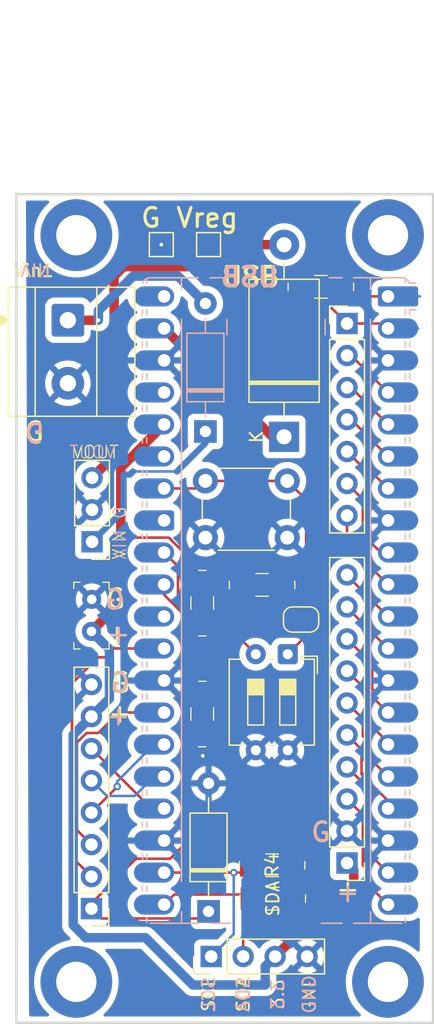
<source format=kicad_pcb>
(kicad_pcb (version 20241229) (generator "pcbnew") (generator_version "9.0")
  (layers (0 "F.Cu" signal) (2 "B.Cu" signal) (13 "F.Paste" user) (15 "B.Paste" user) (5 "F.SilkS" user "F.Silkscreen") (7 "B.SilkS" user "B.Silkscreen") (1 "F.Mask" user) (3 "B.Mask" user) (25 "Edge.Cuts" user))
  (net 0 "")
  (net 1 "GND")
  (net 2 "+3.3V")
  (net 3 "Net-(D2-K)")
  (net 4 "Net-(D2-A)")
  (net 5 "Net-(D4-K)")
  (net 6 "Net-(J2-Pin_6)")
  (net 7 "Net-(J1-Pin_3)")
  (net 8 "Net-(J1-Pin_4)")
  (net 9 "Net-(D1-K)")
  (net 10 "Net-(J2-Pin_2)")
  (net 11 "Net-(J1-Pin_5)")
  (net 12 "+5V")
  (net 13 "Net-(J2-Pin_5)")
  (net 14 "Net-(J1-Pin_1)")
  (net 15 "Net-(J2-Pin_3)")
  (net 16 "Net-(NeoPXL8F1-Pin_4)")
  (net 17 "Net-(J1-Pin_2)")
  (net 18 "Net-(NeoPXL8F1-Pin_3)")
  (net 19 "Net-(J2-Pin_4)")
  (net 20 "Net-(JP1-A)")
  (net 21 "Net-(NeoPXL8F1-Pin_5)")
  (net 22 "Net-(U1-GPIO27_ADC1)")
  (net 23 "Net-(JP1-B)")
  (net 24 "/SDA")
  (net 25 "Net-(U1-GPIO0)")
  (net 26 "Net-(J1-Pin_6)")
  (net 27 "Net-(NeoPXL8F1-Pin_6)")
  (net 33 "Net-(J1-Pin_7)")
  (net 34 "Net-(NeoPXL8F1-Pin_8)")
  (net 35 "Net-(NeoPXL8F1-Pin_10)")
  (net 36 "Net-(NeoPXL8F1-Pin_9)")
  (net 37 "Net-(NeoPXL8F1-Pin_7)")
  (net 39 "/SCL")
  (footprint "TestPoint:TestPoint_Pad_1.5x1.5mm" (layer "F.Cu") (at 141.75 60.75 -90)
    (property "Reference" "G1" (hide yes))
    (property "Value" "TestPoint" (hide yes))
    (pad "1" smd rect (at 0 0 270) (size 1.5 1.5) (layers "F.Cu" "F.Mask") (net 1 "GND"))
  )
  (footprint "digikey-footprints:1206" (layer "F.Cu") (at 150.55 110)
    (property "Reference" "R4" (at 0 0 90) (layer "F.SilkS"))
    (property "Value" "R" (hide yes))
    (pad "1" smd rect (at -1.8 0) (size 1.5 1.8) (layers "F.Cu" "F.Mask" "F.Paste") (net 39 "/SCL"))
    (pad "2" smd rect (at 1.8 0) (size 1.5 1.8) (layers "F.Cu" "F.Mask" "F.Paste") (net 2 "+3.3V"))
  )
  (footprint "Jumper:SolderJumper-2_P1.3mm_Open_RoundedPad1.0x1.5mm" (layer "F.Cu") (at 152.85 90.5 180)
    (property "Reference" "JP1" (hide yes))
    (property "Value" "SolderJumper_2_Open" (hide yes))
    (pad "1" smd custom (at -0.65 0 180) (size 1 0.5) (layers "F.Cu" "F.Mask") (net 20 "Net-(JP1-A)") (options (clearance outline) (anchor rect)) (primitives (gr_circle (center 0 0.25) (end 0.5 0.25) (width 0) (fill yes)) (gr_circle (center 0 -0.25) (end 0.5 -0.25) (width 0) (fill yes)) (gr_poly (pts (xy 0.5 0.75) (xy 0 0.75) (xy 0 -0.75) (xy 0.5 -0.75)) (width 0) (fill yes))))
    (pad "2" smd custom (at 0.65 0 180) (size 1 0.5) (layers "F.Cu" "F.Mask") (net 23 "Net-(JP1-B)") (options (clearance outline) (anchor rect)) (primitives (gr_circle (center 0 0.25) (end 0.5 0.25) (width 0) (fill yes)) (gr_circle (center 0 -0.25) (end 0.5 -0.25) (width 0) (fill yes)) (gr_poly (pts (xy 0 0.75) (xy -0.5 0.75) (xy -0.5 -0.75) (xy 0 -0.75)) (width 0) (fill yes))))
  )
  (footprint "digikey-footprints:1206" (layer "F.Cu") (at 149.75 87.75)
    (property "Reference" "R2" (hide yes))
    (property "Value" "R" (hide yes))
    (pad "1" smd rect (at -1.8 0) (size 1.5 1.8) (layers "F.Cu" "F.Mask" "F.Paste") (net 2 "+3.3V"))
    (pad "2" smd rect (at 1.8 0) (size 1.5 1.8) (layers "F.Cu" "F.Mask" "F.Paste") (net 23 "Net-(JP1-B)"))
  )
  (footprint "Connector_PinHeader_2.54mm:PinHeader_1x10_P2.54mm_Vertical" (layer "F.Cu") (at 156.5 109.82 180)
    (property "Reference" "NeoPXL8F1" (hide yes))
    (property "Value" "Conn_01x10_Socket" (hide yes))
    (pad "1" thru_hole rect (at 0 0 180) (size 1.7 1.7) (drill 1) (layers "*.Cu" "*.Mask") (net 2 "+3.3V"))
    (pad "2" thru_hole circle (at 0 2.54 180) (size 1.7 1.7) (drill 1) (layers "*.Cu" "*.Mask") (net 1 "GND"))
    (pad "3" thru_hole circle (at 0 5.08 180) (size 1.7 1.7) (drill 1) (layers "*.Cu" "*.Mask") (net 18 "Net-(NeoPXL8F1-Pin_3)"))
    (pad "4" thru_hole circle (at 0 7.62 180) (size 1.7 1.7) (drill 1) (layers "*.Cu" "*.Mask") (net 16 "Net-(NeoPXL8F1-Pin_4)"))
    (pad "5" thru_hole circle (at 0 10.16 180) (size 1.7 1.7) (drill 1) (layers "*.Cu" "*.Mask") (net 21 "Net-(NeoPXL8F1-Pin_5)"))
    (pad "6" thru_hole circle (at 0 12.7 180) (size 1.7 1.7) (drill 1) (layers "*.Cu" "*.Mask") (net 27 "Net-(NeoPXL8F1-Pin_6)"))
    (pad "7" thru_hole circle (at 0 15.24 180) (size 1.7 1.7) (drill 1) (layers "*.Cu" "*.Mask") (net 37 "Net-(NeoPXL8F1-Pin_7)"))
    (pad "8" thru_hole circle (at 0 17.78 180) (size 1.7 1.7) (drill 1) (layers "*.Cu" "*.Mask") (net 34 "Net-(NeoPXL8F1-Pin_8)"))
    (pad "9" thru_hole circle (at 0 20.32 180) (size 1.7 1.7) (drill 1) (layers "*.Cu" "*.Mask") (net 36 "Net-(NeoPXL8F1-Pin_9)"))
    (pad "10" thru_hole circle (at 0 22.86 180) (size 1.7 1.7) (drill 1) (layers "*.Cu" "*.Mask") (net 35 "Net-(NeoPXL8F1-Pin_10)"))
  )
  (footprint "Button_Switch_THT:SW_DIP_SPSTx02_Slide_6.7x6.64mm_W7.62mm_P2.54mm_LowProfile" (layer "F.Cu") (at 151.79 93.25 -90)
    (property "Reference" "SW2" (hide yes))
    (property "Value" "SW_DIP_x02" (hide yes))
    (pad "1" thru_hole roundrect (at 0 0 270) (size 1.6 1.6) (drill 0.8) (layers "*.Cu" "*.Mask") (roundrect_rratio 0.15625) (net 20 "Net-(JP1-A)"))
    (pad "2" thru_hole circle (at 0 2.54 270) (size 1.6 1.6) (drill 0.8) (layers "*.Cu" "*.Mask") (net 22 "Net-(U1-GPIO27_ADC1)"))
    (pad "3" thru_hole circle (at 7.62 2.54 270) (size 1.6 1.6) (drill 0.8) (layers "*.Cu" "*.Mask") (net 1 "GND"))
    (pad "4" thru_hole circle (at 7.62 0 270) (size 1.6 1.6) (drill 0.8) (layers "*.Cu" "*.Mask") (net 1 "GND"))
  )
  (footprint "MountingHole:MountingHole_3.2mm_M3_ISO7380_Pad_TopBottom" (layer "F.Cu") (at 135 60)
    (property "Reference" "H1" (hide yes))
    (property "Value" "MountingHole" (hide yes))
    (pad "1" thru_hole circle (at 0 0) (size 3.6 3.6) (drill 3.2) (layers "*.Cu" "*.Mask"))
    (pad "1" connect circle (at 0 0) (size 5.7 5.7) (layers "F.Cu" "F.Mask"))
    (pad "1" connect circle (at 0 0) (size 5.7 5.7) (layers "B.Cu" "B.Mask"))
  )
  (footprint "Connector_PinHeader_2.54mm:PinHeader_1x07_P2.54mm_Vertical" (layer "F.Cu") (at 156.5 67.01)
    (property "Reference" "J1" (hide yes))
    (property "Value" "Conn_01x07_Pin" (hide yes))
    (pad "1" thru_hole rect (at 0 0) (size 1.7 1.7) (drill 1) (layers "*.Cu" "*.Mask") (net 14 "Net-(J1-Pin_1)"))
    (pad "2" thru_hole circle (at 0 2.54) (size 1.7 1.7) (drill 1) (layers "*.Cu" "*.Mask") (net 17 "Net-(J1-Pin_2)"))
    (pad "3" thru_hole circle (at 0 5.08) (size 1.7 1.7) (drill 1) (layers "*.Cu" "*.Mask") (net 7 "Net-(J1-Pin_3)"))
    (pad "4" thru_hole circle (at 0 7.62) (size 1.7 1.7) (drill 1) (layers "*.Cu" "*.Mask") (net 8 "Net-(J1-Pin_4)"))
    (pad "5" thru_hole circle (at 0 10.16) (size 1.7 1.7) (drill 1) (layers "*.Cu" "*.Mask") (net 11 "Net-(J1-Pin_5)"))
    (pad "6" thru_hole circle (at 0 12.7) (size 1.7 1.7) (drill 1) (layers "*.Cu" "*.Mask") (net 26 "Net-(J1-Pin_6)"))
    (pad "7" thru_hole circle (at 0 15.24) (size 1.7 1.7) (drill 1) (layers "*.Cu" "*.Mask") (net 33 "Net-(J1-Pin_7)"))
  )
  (footprint "Connector_PinHeader_2.54mm:PinHeader_1x04_P2.54mm_Vertical" (layer "F.Cu") (at 145.71 117.24 90)
    (property "Reference" "I2C1" (hide yes))
    (property "Value" "Conn_01x04_Pin" (hide yes))
    (pad "1" thru_hole rect (at 0 0 90) (size 1.7 1.7) (drill 1) (layers "*.Cu" "*.Mask") (net 39 "/SCL"))
    (pad "2" thru_hole circle (at 0 2.54 90) (size 1.7 1.7) (drill 1) (layers "*.Cu" "*.Mask") (net 24 "/SDA"))
    (pad "3" thru_hole circle (at 0 5.08 90) (size 1.7 1.7) (drill 1) (layers "*.Cu" "*.Mask") (net 2 "+3.3V"))
    (pad "4" thru_hole circle (at 0 7.62 90) (size 1.7 1.7) (drill 1) (layers "*.Cu" "*.Mask") (net 1 "GND"))
  )
  (footprint "MountingHole:MountingHole_3.2mm_M3_ISO7380_Pad_TopBottom" (layer "F.Cu") (at 159.75 60)
    (property "Reference" "H2" (hide yes))
    (property "Value" "MountingHole" (hide yes))
    (pad "1" thru_hole circle (at 0 0) (size 3.6 3.6) (drill 3.2) (layers "*.Cu" "*.Mask"))
    (pad "1" connect circle (at 0 0) (size 5.7 5.7) (layers "F.Cu" "F.Mask"))
    (pad "1" connect circle (at 0 0) (size 5.7 5.7) (layers "B.Cu" "B.Mask"))
  )
  (footprint "digikey-footprints:1206" (layer "F.Cu") (at 154.42 64.1)
    (property "Reference" "RUART1" (hide yes))
    (property "Value" "1K")
    (pad "1" smd rect (at -1.8 0) (size 1.5 1.8) (layers "F.Cu" "F.Mask" "F.Paste") (net 14 "Net-(J1-Pin_1)"))
    (pad "2" smd rect (at 1.8 0) (size 1.5 1.8) (layers "F.Cu" "F.Mask" "F.Paste") (net 25 "Net-(U1-GPIO0)"))
  )
  (footprint "digikey-footprints:1206" (layer "F.Cu") (at 145 98 90)
    (property "Reference" "R1" (hide yes))
    (property "Value" "R" (hide yes))
    (pad "1" smd rect (at -1.8 0 90) (size 1.5 1.8) (layers "F.Cu" "F.Mask" "F.Paste") (net 1 "GND"))
    (pad "2" smd rect (at 1.8 0 90) (size 1.5 1.8) (layers "F.Cu" "F.Mask" "F.Paste") (net 5 "Net-(D4-K)"))
  )
  (footprint "digikey-footprints:PinHeader_1x2_P2.54mm" (layer "F.Cu") (at 136.2 91.44 90)
    (property "Reference" "J4" (hide yes))
    (property "Value" "Conn_01x02_Socket" (hide yes))
    (pad "1" thru_hole circle (at 0 0 90) (size 1.524 1.524) (drill 0.762) (layers "*.Cu" "*.Mask") (net 2 "+3.3V"))
    (pad "2" thru_hole circle (at 2.54 0.02 90) (size 1.524 1.524) (drill 0.762) (layers "*.Cu" "*.Mask") (net 1 "GND"))
  )
  (footprint "MountingHole:MountingHole_3.2mm_M3_ISO7380_Pad_TopBottom" (layer "F.Cu") (at 159.75 119.25)
    (property "Reference" "H4" (hide yes))
    (property "Value" "MountingHole" (hide yes))
    (pad "1" thru_hole circle (at 0 0) (size 3.6 3.6) (drill 3.2) (layers "*.Cu" "*.Mask"))
    (pad "1" connect circle (at 0 0) (size 5.7 5.7) (layers "F.Cu" "F.Mask"))
    (pad "1" connect circle (at 0 0) (size 5.7 5.7) (layers "B.Cu" "B.Mask"))
  )
  (footprint "Connector_PinHeader_2.54mm:PinHeader_1x03_P2.54mm_Vertical" (layer "F.Cu") (at 136.25 84.33 180)
    (property "Reference" "VReg1" (hide yes))
    (property "Value" "Conn_01x03_Pin" (hide yes))
    (pad "1" thru_hole rect (at 0 0 180) (size 1.7 1.7) (drill 1) (layers "*.Cu" "*.Mask") (net 3 "Net-(D2-K)"))
    (pad "2" thru_hole circle (at 0 2.54 180) (size 1.7 1.7) (drill 1) (layers "*.Cu" "*.Mask") (net 1 "GND"))
    (pad "3" thru_hole circle (at 0 5.08 180) (size 1.7 1.7) (drill 1) (layers "*.Cu" "*.Mask") (net 12 "+5V"))
  )
  (footprint "TerminalBlock_Phoenix:TerminalBlock_Phoenix_MKDS-1,5-2_1x02_P5.00mm_Horizontal" (layer "F.Cu") (at 134.3275 66.75 -90)
    (property "Reference" "Vin1" (at -3.95 2.7275 0) (layer "F.SilkS"))
    (property "Value" "Screw_Terminal_01x02" (hide yes))
    (pad "1" thru_hole roundrect (at 0 0 270) (size 2.6 2.6) (drill 1.3) (layers "*.Cu" "*.Mask") (roundrect_rratio 0.096154) (net 4 "Net-(D2-A)"))
    (pad "2" thru_hole circle (at 5 0 270) (size 2.6 2.6) (drill 1.3) (layers "*.Cu" "*.Mask") (net 1 "GND"))
  )
  (footprint "Connector_PinHeader_2.54mm:PinHeader_1x08_P2.54mm_Vertical" (layer "F.Cu") (at 136.2 113.44 180)
    (property "Reference" "J2" (hide yes))
    (property "Value" "Conn_01x08_Socket" (hide yes))
    (pad "1" thru_hole rect (at 0 0 180) (size 1.7 1.7) (drill 1) (layers "*.Cu" "*.Mask") (net 5 "Net-(D4-K)"))
    (pad "2" thru_hole circle (at 0 2.54 180) (size 1.7 1.7) (drill 1) (layers "*.Cu" "*.Mask") (net 10 "Net-(J2-Pin_2)"))
    (pad "3" thru_hole circle (at 0 5.08 180) (size 1.7 1.7) (drill 1) (layers "*.Cu" "*.Mask") (net 15 "Net-(J2-Pin_3)"))
    (pad "4" thru_hole circle (at 0 7.62 180) (size 1.7 1.7) (drill 1) (layers "*.Cu" "*.Mask") (net 19 "Net-(J2-Pin_4)"))
    (pad "5" thru_hole circle (at 0 10.16 180) (size 1.7 1.7) (drill 1) (layers "*.Cu" "*.Mask") (net 13 "Net-(J2-Pin_5)"))
    (pad "6" thru_hole circle (at 0 12.7 180) (size 1.7 1.7) (drill 1) (layers "*.Cu" "*.Mask") (net 6 "Net-(J2-Pin_6)"))
    (pad "7" thru_hole circle (at 0 15.24 180) (size 1.7 1.7) (drill 1) (layers "*.Cu" "*.Mask") (net 2 "+3.3V"))
    (pad "8" thru_hole circle (at 0 17.78 180) (size 1.7 1.7) (drill 1) (layers "*.Cu" "*.Mask") (net 1 "GND"))
  )
  (footprint "MountingHole:MountingHole_3.2mm_M3_ISO7380_Pad_TopBottom" (layer "F.Cu") (at 135 119.25)
    (property "Reference" "H3" (hide yes))
    (property "Value" "MountingHole" (hide yes))
    (pad "1" thru_hole circle (at 0 0) (size 3.6 3.6) (drill 3.2) (layers "*.Cu" "*.Mask"))
    (pad "1" connect circle (at 0 0) (size 5.7 5.7) (layers "F.Cu" "F.Mask"))
    (pad "1" connect circle (at 0 0) (size 5.7 5.7) (layers "B.Cu" "B.Mask"))
  )
  (footprint "digikey-footprints:1206" (layer "F.Cu") (at 145 89.2 -90)
    (property "Reference" "R6" (hide yes))
    (property "Value" "R" (hide yes))
    (pad "1" smd rect (at -1.8 0 270) (size 1.5 1.8) (layers "F.Cu" "F.Mask" "F.Paste") (net 2 "+3.3V"))
    (pad "2" smd rect (at 1.8 0 270) (size 1.5 1.8) (layers "F.Cu" "F.Mask" "F.Paste") (net 22 "Net-(U1-GPIO27_ADC1)"))
  )
  (footprint "TestPoint:TestPoint_Pad_1.5x1.5mm" (layer "F.Cu") (at 145.5 60.75 -90)
    (property "Reference" "VREG2" (hide yes))
    (property "Value" "TestPoint" (hide yes))
    (pad "1" smd rect (at 0 0 270) (size 1.5 1.5) (layers "F.Cu" "F.Mask") (net 12 "+5V"))
  )
  (footprint "digikey-footprints:1206" (layer "F.Cu") (at 150.6 112.65 180)
    (property "Reference" "R3" (hide yes))
    (property "Value" "R" (hide yes))
    (pad "1" smd rect (at -1.8 0 180) (size 1.5 1.8) (layers "F.Cu" "F.Mask" "F.Paste") (net 2 "+3.3V"))
    (pad "2" smd rect (at 1.8 0 180) (size 1.5 1.8) (layers "F.Cu" "F.Mask" "F.Paste") (net 24 "/SDA"))
  )
  (footprint "Diode_THT:D_A-405_P10.16mm_Horizontal" (layer "F.Cu") (at 145.5 113.66 90)
    (property "Reference" "D4" (hide yes))
    (property "Value" "D" (hide yes))
    (pad "1" thru_hole rect (at 0 0 90) (size 1.8 1.8) (drill 0.9) (layers "*.Cu" "*.Mask") (net 5 "Net-(D4-K)"))
    (pad "2" thru_hole oval (at 10.16 0 90) (size 1.8 1.8) (drill 0.9) (layers "*.Cu" "*.Mask") (net 1 "GND"))
  )
  (footprint "Button_Switch_THT:SW_PUSH_6mm" (layer "F.Cu") (at 145.25 79.5)
    (property "Reference" "SW1" (hide yes))
    (property "Value" "SW_Push" (hide yes))
    (pad "1" thru_hole circle (at 0 0 90) (size 2 2) (drill 1.1) (layers "*.Cu" "*.Mask") (net 23 "Net-(JP1-B)"))
    (pad "1" thru_hole circle (at 6.5 0 90) (size 2 2) (drill 1.1) (layers "*.Cu" "*.Mask") (net 23 "Net-(JP1-B)"))
    (pad "2" thru_hole circle (at 0 4.5 90) (size 2 2) (drill 1.1) (layers "*.Cu" "*.Mask") (net 1 "GND"))
    (pad "2" thru_hole circle (at 6.5 4.5 90) (size 2 2) (drill 1.1) (layers "*.Cu" "*.Mask") (net 1 "GND"))
  )
  (footprint "Diode_THT:D_DO-27_P15.24mm_Horizontal" (layer "F.Cu") (at 151.5 76 90)
    (property "Reference" "D1" (hide yes))
    (property "Value" "D_Schottky" (hide yes))
    (fp_text user "K" (at 0 -2.2 90) (layer "F.SilkS"))
    (pad "1" thru_hole rect (at 0 0 90) (size 2.4 2.4) (drill 1.2) (layers "*.Cu" "*.Mask") (net 9 "Net-(D1-K)"))
    (pad "2" thru_hole oval (at 15.24 0 90) (size 2.4 2.4) (drill 1.2) (layers "*.Cu" "*.Mask") (net 12 "+5V"))
  )
  (footprint "Diode_THT:D_A-405_P10.16mm_Horizontal" (layer "B.Cu") (at 145.25 75.58 90)
    (property "Reference" "D2" (hide yes))
    (property "Value" "D" (hide yes))
    (pad "1" thru_hole rect (at 0 0 90) (size 1.8 1.8) (drill 0.9) (layers "*.Cu" "*.Mask") (net 3 "Net-(D2-K)"))
    (pad "2" thru_hole oval (at 10.16 0 90) (size 1.8 1.8) (drill 0.9) (layers "*.Cu" "*.Mask") (net 4 "Net-(D2-A)"))
  )
  (footprint "Module:RaspberryPi_Pico_Common_Unspecified" (layer "B.Cu") (at 150.86 88.99 180)
    (property "Reference" "U1" (hide yes))
    (property "Value" "Pico")
    (pad "1" smd custom (at -9.69 24.13 180) (size 1.6 0.8) (layers "B.Cu" "B.Mask") (net 25 "Net-(U1-GPIO0)") (options (clearance outline) (anchor rect)) (primitives (gr_circle (center 0.8 0) (end 1.6 0) (width 0) (fill yes)) (gr_poly (pts (xy -1.6 0.6) (xy -1.6 -0.6) (xy -1.4 -0.8) (xy 0.8 -0.8) (xy 0.8 0.8) (xy -1.4 0.8)) (width 0) (fill yes)) (gr_circle (center -1.4 0.6) (end -1.2 0.6) (width 0) (fill yes)) (gr_circle (center -1.4 -0.6) (end -1.2 -0.6) (width 0) (fill yes))))
    (pad "1" thru_hole roundrect (at -8.89 24.13 180) (size 1.6 1.6) (drill 1) (layers "*.Cu" "*.Mask") (roundrect_rratio 0.125) (net 25 "Net-(U1-GPIO0)"))
    (pad "2" smd roundrect (at -9.69 21.59 180) (size 3.2 1.6) (layers "B.Cu" "B.Mask") (roundrect_rratio 0.5) (net 14 "Net-(J1-Pin_1)"))
    (pad "2" thru_hole circle (at -8.89 21.59 180) (size 1.6 1.6) (drill 1) (layers "*.Cu" "*.Mask") (net 14 "Net-(J1-Pin_1)"))
    (pad "3" smd custom (at -9.69 19.05 180) (size 1.6 0.8) (layers "B.Cu" "B.Mask") (net 1 "GND") (options (clearance outline) (anchor rect)) (primitives (gr_circle (center -0.8 0) (end 0 0) (width 0) (fill yes)) (gr_poly (pts (xy 1.6 0.6) (xy 1.6 -0.6) (xy 1.4 -0.8) (xy -0.8 -0.8) (xy -0.8 0.8) (xy 1.4 0.8)) (width 0) (fill yes)) (gr_circle (center 1.4 0.6) (end 1.6 0.6) (width 0) (fill yes)) (gr_circle (center 1.4 -0.6) (end 1.6 -0.6) (width 0) (fill yes))))
    (pad "3" thru_hole custom (at -8.89 19.05 180) (size 1.6 1.6) (drill 1) (layers "*.Cu" "*.Mask") (net 1 "GND") (options (clearance outline) (anchor circle)) (primitives (gr_poly (pts (xy 0.8 -0.6) (xy 0.8 0.6) (xy 0.6 0.8) (xy 0 0.8) (xy 0 -0.8) (xy 0.6 -0.8)) (width 0) (fill yes)) (gr_circle (center 0.6 -0.6) (end 0.8 -0.6) (width 0) (fill yes)) (gr_circle (center 0.6 0.6) (end 0.8 0.6) (width 0) (fill yes))))
    (pad "4" smd roundrect (at -9.69 16.51 180) (size 3.2 1.6) (layers "B.Cu" "B.Mask") (roundrect_rratio 0.5) (net 17 "Net-(J1-Pin_2)"))
    (pad "4" thru_hole circle (at -8.89 16.51 180) (size 1.6 1.6) (drill 1) (layers "*.Cu" "*.Mask") (net 17 "Net-(J1-Pin_2)"))
    (pad "5" smd roundrect (at -9.69 13.97 180) (size 3.2 1.6) (layers "B.Cu" "B.Mask") (roundrect_rratio 0.5) (net 7 "Net-(J1-Pin_3)"))
    (pad "5" thru_hole circle (at -8.89 13.97 180) (size 1.6 1.6) (drill 1) (layers "*.Cu" "*.Mask") (net 7 "Net-(J1-Pin_3)"))
    (pad "6" smd roundrect (at -9.69 11.43 180) (size 3.2 1.6) (layers "B.Cu" "B.Mask") (roundrect_rratio 0.5) (net 8 "Net-(J1-Pin_4)"))
    (pad "6" thru_hole circle (at -8.89 11.43 180) (size 1.6 1.6) (drill 1) (layers "*.Cu" "*.Mask") (net 8 "Net-(J1-Pin_4)"))
    (pad "7" smd roundrect (at -9.69 8.89 180) (size 3.2 1.6) (layers "B.Cu" "B.Mask") (roundrect_rratio 0.5) (net 11 "Net-(J1-Pin_5)"))
    (pad "7" thru_hole circle (at -8.89 8.89 180) (size 1.6 1.6) (drill 1) (layers "*.Cu" "*.Mask") (net 11 "Net-(J1-Pin_5)"))
    (pad "8" smd custom (at -9.69 6.35 180) (size 1.6 0.8) (layers "B.Cu" "B.Mask") (net 1 "GND") (options (clearance outline) (anchor rect)) (primitives (gr_circle (center -0.8 0) (end 0 0) (width 0) (fill yes)) (gr_poly (pts (xy 1.6 0.6) (xy 1.6 -0.6) (xy 1.4 -0.8) (xy -0.8 -0.8) (xy -0.8 0.8) (xy 1.4 0.8)) (width 0) (fill yes)) (gr_circle (center 1.4 0.6) (end 1.6 0.6) (width 0) (fill yes)) (gr_circle (center 1.4 -0.6) (end 1.6 -0.6) (width 0) (fill yes))))
    (pad "8" thru_hole custom (at -8.89 6.35 180) (size 1.6 1.6) (drill 1) (layers "*.Cu" "*.Mask") (net 1 "GND") (options (clearance outline) (anchor circle)) (primitives (gr_poly (pts (xy 0.8 -0.6) (xy 0.8 0.6) (xy 0.6 0.8) (xy 0 0.8) (xy 0 -0.8) (xy 0.6 -0.8)) (width 0) (fill yes)) (gr_circle (center 0.6 -0.6) (end 0.8 -0.6) (width 0) (fill yes)) (gr_circle (center 0.6 0.6) (end 0.8 0.6) (width 0) (fill yes))))
    (pad "9" smd roundrect (at -9.69 3.81 180) (size 3.2 1.6) (layers "B.Cu" "B.Mask") (roundrect_rratio 0.5) (net 26 "Net-(J1-Pin_6)"))
    (pad "9" thru_hole circle (at -8.89 3.81 180) (size 1.6 1.6) (drill 1) (layers "*.Cu" "*.Mask") (net 26 "Net-(J1-Pin_6)"))
    (pad "10" smd roundrect (at -9.69 1.27 180) (size 3.2 1.6) (layers "B.Cu" "B.Mask") (roundrect_rratio 0.5) (net 33 "Net-(J1-Pin_7)"))
    (pad "10" thru_hole circle (at -8.89 1.27 180) (size 1.6 1.6) (drill 1) (layers "*.Cu" "*.Mask") (net 33 "Net-(J1-Pin_7)"))
    (pad "11" smd roundrect (at -9.69 -1.27 180) (size 3.2 1.6) (layers "B.Cu" "B.Mask") (roundrect_rratio 0.5) (net 35 "Net-(NeoPXL8F1-Pin_10)"))
    (pad "11" thru_hole circle (at -8.89 -1.27 180) (size 1.6 1.6) (drill 1) (layers "*.Cu" "*.Mask") (net 35 "Net-(NeoPXL8F1-Pin_10)"))
    (pad "12" smd roundrect (at -9.69 -3.81 180) (size 3.2 1.6) (layers "B.Cu" "B.Mask") (roundrect_rratio 0.5) (net 36 "Net-(NeoPXL8F1-Pin_9)"))
    (pad "12" thru_hole circle (at -8.89 -3.81 180) (size 1.6 1.6) (drill 1) (layers "*.Cu" "*.Mask") (net 36 "Net-(NeoPXL8F1-Pin_9)"))
    (pad "13" smd custom (at -9.69 -6.35 180) (size 1.6 0.8) (layers "B.Cu" "B.Mask") (net 1 "GND") (options (clearance outline) (anchor rect)) (primitives (gr_circle (center -0.8 0) (end 0 0) (width 0) (fill yes)) (gr_poly (pts (xy 1.6 0.6) (xy 1.6 -0.6) (xy 1.4 -0.8) (xy -0.8 -0.8) (xy -0.8 0.8) (xy 1.4 0.8)) (width 0) (fill yes)) (gr_circle (center 1.4 0.6) (end 1.6 0.6) (width 0) (fill yes)) (gr_circle (center 1.4 -0.6) (end 1.6 -0.6) (width 0) (fill yes))))
    (pad "13" thru_hole custom (at -8.89 -6.35 180) (size 1.6 1.6) (drill 1) (layers "*.Cu" "*.Mask") (net 1 "GND") (options (clearance outline) (anchor circle)) (primitives (gr_poly (pts (xy 0.8 -0.6) (xy 0.8 0.6) (xy 0.6 0.8) (xy 0 0.8) (xy 0 -0.8) (xy 0.6 -0.8)) (width 0) (fill yes)) (gr_circle (center 0.6 -0.6) (end 0.8 -0.6) (width 0) (fill yes)) (gr_circle (center 0.6 0.6) (end 0.8 0.6) (width 0) (fill yes))))
    (pad "14" smd roundrect (at -9.69 -8.89 180) (size 3.2 1.6) (layers "B.Cu" "B.Mask") (roundrect_rratio 0.5) (net 34 "Net-(NeoPXL8F1-Pin_8)"))
    (pad "14" thru_hole circle (at -8.89 -8.89 180) (size 1.6 1.6) (drill 1) (layers "*.Cu" "*.Mask") (net 34 "Net-(NeoPXL8F1-Pin_8)"))
    (pad "15" smd roundrect (at -9.69 -11.43 180) (size 3.2 1.6) (layers "B.Cu" "B.Mask") (roundrect_rratio 0.5) (net 37 "Net-(NeoPXL8F1-Pin_7)"))
    (pad "15" thru_hole circle (at -8.89 -11.43 180) (size 1.6 1.6) (drill 1) (layers "*.Cu" "*.Mask") (net 37 "Net-(NeoPXL8F1-Pin_7)"))
    (pad "16" smd roundrect (at -9.69 -13.97 180) (size 3.2 1.6) (layers "B.Cu" "B.Mask") (roundrect_rratio 0.5) (net 27 "Net-(NeoPXL8F1-Pin_6)"))
    (pad "16" thru_hole circle (at -8.89 -13.97 180) (size 1.6 1.6) (drill 1) (layers "*.Cu" "*.Mask") (net 27 "Net-(NeoPXL8F1-Pin_6)"))
    (pad "17" smd roundrect (at -9.69 -16.51 180) (size 3.2 1.6) (layers "B.Cu" "B.Mask") (roundrect_rratio 0.5) (net 21 "Net-(NeoPXL8F1-Pin_5)"))
    (pad "17" thru_hole circle (at -8.89 -16.51 180) (size 1.6 1.6) (drill 1) (layers "*.Cu" "*.Mask") (net 21 "Net-(NeoPXL8F1-Pin_5)"))
    (pad "18" smd custom (at -9.69 -19.05 180) (size 1.6 0.8) (layers "B.Cu" "B.Mask") (net 1 "GND") (options (clearance outline) (anchor rect)) (primitives (gr_circle (center -0.8 0) (end 0 0) (width 0) (fill yes)) (gr_poly (pts (xy 1.6 0.6) (xy 1.6 -0.6) (xy 1.4 -0.8) (xy -0.8 -0.8) (xy -0.8 0.8) (xy 1.4 0.8)) (width 0) (fill yes)) (gr_circle (center 1.4 0.6) (end 1.6 0.6) (width 0) (fill yes)) (gr_circle (center 1.4 -0.6) (end 1.6 -0.6) (width 0) (fill yes))))
    (pad "18" thru_hole custom (at -8.89 -19.05 180) (size 1.6 1.6) (drill 1) (layers "*.Cu" "*.Mask") (net 1 "GND") (options (clearance outline) (anchor circle)) (primitives (gr_poly (pts (xy 0.8 -0.6) (xy 0.8 0.6) (xy 0.6 0.8) (xy 0 0.8) (xy 0 -0.8) (xy 0.6 -0.8)) (width 0) (fill yes)) (gr_circle (center 0.6 -0.6) (end 0.8 -0.6) (width 0) (fill yes)) (gr_circle (center 0.6 0.6) (end 0.8 0.6) (width 0) (fill yes))))
    (pad "19" smd roundrect (at -9.69 -21.59 180) (size 3.2 1.6) (layers "B.Cu" "B.Mask") (roundrect_rratio 0.5) (net 16 "Net-(NeoPXL8F1-Pin_4)"))
    (pad "19" thru_hole circle (at -8.89 -21.59 180) (size 1.6 1.6) (drill 1) (layers "*.Cu" "*.Mask") (net 16 "Net-(NeoPXL8F1-Pin_4)"))
    (pad "20" smd roundrect (at -9.69 -24.13 180) (size 3.2 1.6) (layers "B.Cu" "B.Mask") (roundrect_rratio 0.5) (net 18 "Net-(NeoPXL8F1-Pin_3)"))
    (pad "20" thru_hole circle (at -8.89 -24.13 180) (size 1.6 1.6) (drill 1) (layers "*.Cu" "*.Mask") (net 18 "Net-(NeoPXL8F1-Pin_3)"))
    (pad "21" thru_hole circle (at 8.89 -24.13 180) (size 1.6 1.6) (drill 1) (layers "*.Cu" "*.Mask") (net 24 "/SDA"))
    (pad "21" smd roundrect (at 9.69 -24.13 180) (size 3.2 1.6) (layers "B.Cu" "B.Mask") (roundrect_rratio 0.5) (net 24 "/SDA"))
    (pad "22" thru_hole circle (at 8.89 -21.59 180) (size 1.6 1.6) (drill 1) (layers "*.Cu" "*.Mask") (net 39 "/SCL"))
    (pad "22" smd roundrect (at 9.69 -21.59 180) (size 3.2 1.6) (layers "B.Cu" "B.Mask") (roundrect_rratio 0.5) (net 39 "/SCL"))
    (pad "23" thru_hole custom (at 8.89 -19.05 180) (size 1.6 1.6) (drill 1) (layers "*.Cu" "*.Mask") (net 1 "GND") (options (clearance outline) (anchor circle)) (primitives (gr_poly (pts (xy -0.8 -0.6) (xy -0.8 0.6) (xy -0.6 0.8) (xy 0 0.8) (xy 0 -0.8) (xy -0.6 -0.8)) (width 0) (fill yes)) (gr_circle (center -0.6 -0.6) (end -0.4 -0.6) (width 0) (fill yes)) (gr_circle (center -0.6 0.6) (end -0.4 0.6) (width 0) (fill yes))))
    (pad "23" smd custom (at 9.69 -19.05 180) (size 1.6 0.8) (layers "B.Cu" "B.Mask") (net 1 "GND") (options (clearance outline) (anchor rect)) (primitives (gr_circle (center 0.8 0) (end 1.6 0) (width 0) (fill yes)) (gr_poly (pts (xy -1.6 0.6) (xy -1.6 -0.6) (xy -1.4 -0.8) (xy 0.8 -0.8) (xy 0.8 0.8) (xy -1.4 0.8)) (width 0) (fill yes)) (gr_circle (center -1.4 0.6) (end -1.2 0.6) (width 0) (fill yes)) (gr_circle (center -1.4 -0.6) (end -1.2 -0.6) (width 0) (fill yes))))
    (pad "24" thru_hole circle (at 8.89 -16.51 180) (size 1.6 1.6) (drill 1) (layers "*.Cu" "*.Mask") (net 6 "Net-(J2-Pin_6)"))
    (pad "24" smd roundrect (at 9.69 -16.51 180) (size 3.2 1.6) (layers "B.Cu" "B.Mask") (roundrect_rratio 0.5) (net 6 "Net-(J2-Pin_6)"))
    (pad "25" thru_hole circle (at 8.89 -13.97 180) (size 1.6 1.6) (drill 1) (layers "*.Cu" "*.Mask") (net 13 "Net-(J2-Pin_5)"))
    (pad "25" smd roundrect (at 9.69 -13.97 180) (size 3.2 1.6) (layers "B.Cu" "B.Mask") (roundrect_rratio 0.5) (net 13 "Net-(J2-Pin_5)"))
    (pad "26" thru_hole circle (at 8.89 -11.43 180) (size 1.6 1.6) (drill 1) (layers "*.Cu" "*.Mask") (net 19 "Net-(J2-Pin_4)"))
    (pad "26" smd roundrect (at 9.69 -11.43 180) (size 3.2 1.6) (layers "B.Cu" "B.Mask") (roundrect_rratio 0.5) (net 19 "Net-(J2-Pin_4)"))
    (pad "27" thru_hole circle (at 8.89 -8.89 180) (size 1.6 1.6) (drill 1) (layers "*.Cu" "*.Mask") (net 15 "Net-(J2-Pin_3)"))
    (pad "27" smd roundrect (at 9.69 -8.89 180) (size 3.2 1.6) (layers "B.Cu" "B.Mask") (roundrect_rratio 0.5) (net 15 "Net-(J2-Pin_3)"))
    (pad "28" thru_hole custom (at 8.89 -6.35 180) (size 1.6 1.6) (drill 1) (layers "*.Cu" "*.Mask") (net 1 "GND") (options (clearance outline) (anchor circle)) (primitives (gr_poly (pts (xy -0.8 -0.6) (xy -0.8 0.6) (xy -0.6 0.8) (xy 0 0.8) (xy 0 -0.8) (xy -0.6 -0.8)) (width 0) (fill yes)) (gr_circle (center -0.6 -0.6) (end -0.4 -0.6) (width 0) (fill yes)) (gr_circle (center -0.6 0.6) (end -0.4 0.6) (width 0) (fill yes))))
    (pad "28" smd custom (at 9.69 -6.35 180) (size 1.6 0.8) (layers "B.Cu" "B.Mask") (net 1 "GND") (options (clearance outline) (anchor rect)) (primitives (gr_circle (center 0.8 0) (end 1.6 0) (width 0) (fill yes)) (gr_poly (pts (xy -1.6 0.6) (xy -1.6 -0.6) (xy -1.4 -0.8) (xy 0.8 -0.8) (xy 0.8 0.8) (xy -1.4 0.8)) (width 0) (fill yes)) (gr_circle (center -1.4 0.6) (end -1.2 0.6) (width 0) (fill yes)) (gr_circle (center -1.4 -0.6) (end -1.2 -0.6) (width 0) (fill yes))))
    (pad "29" thru_hole circle (at 8.89 -3.81 180) (size 1.6 1.6) (drill 1) (layers "*.Cu" "*.Mask") (net 10 "Net-(J2-Pin_2)"))
    (pad "29" smd roundrect (at 9.69 -3.81 180) (size 3.2 1.6) (layers "B.Cu" "B.Mask") (roundrect_rratio 0.5) (net 10 "Net-(J2-Pin_2)"))
    (pad "30" thru_hole circle (at 8.89 -1.27 180) (size 1.6 1.6) (drill 1) (layers "*.Cu" "*.Mask"))
    (pad "30" smd roundrect (at 9.69 -1.27 180) (size 3.2 1.6) (layers "B.Cu" "B.Mask") (roundrect_rratio 0.5))
    (pad "31" thru_hole circle (at 8.89 1.27 180) (size 1.6 1.6) (drill 1) (layers "*.Cu" "*.Mask") (net 5 "Net-(D4-K)"))
    (pad "31" smd roundrect (at 9.69 1.27 180) (size 3.2 1.6) (layers "B.Cu" "B.Mask") (roundrect_rratio 0.5) (net 5 "Net-(D4-K)"))
    (pad "32" thru_hole circle (at 8.89 3.81 180) (size 1.6 1.6) (drill 1) (layers "*.Cu" "*.Mask") (net 22 "Net-(U1-GPIO27_ADC1)"))
    (pad "32" smd roundrect (at 9.69 3.81 180) (size 3.2 1.6) (layers "B.Cu" "B.Mask") (roundrect_rratio 0.5) (net 22 "Net-(U1-GPIO27_ADC1)"))
    (pad "33" thru_hole custom (at 8.89 6.35 180) (size 1.6 1.6) (drill 1) (layers "*.Cu" "*.Mask") (options (clearance outline) (anchor circle)) (primitives (gr_poly (pts (xy -0.8 -0.6) (xy -0.8 0.6) (xy -0.6 0.8) (xy 0 0.8) (xy 0 -0.8) (xy -0.6 -0.8)) (width 0) (fill yes)) (gr_circle (center -0.6 -0.6) (end -0.4 -0.6) (width 0) (fill yes)) (gr_circle (center -0.6 0.6) (end -0.4 0.6) (width 0) (fill yes))))
    (pad "33" smd custom (at 9.69 6.35 180) (size 1.6 0.8) (layers "B.Cu" "B.Mask") (options (clearance outline) (anchor rect)) (primitives (gr_circle (center 0.8 0) (end 1.6 0) (width 0) (fill yes)) (gr_poly (pts (xy -1.6 0.6) (xy -1.6 -0.6) (xy -1.4 -0.8) (xy 0.8 -0.8) (xy 0.8 0.8) (xy -1.4 0.8)) (width 0) (fill yes)) (gr_circle (center -1.4 0.6) (end -1.2 0.6) (width 0) (fill yes)) (gr_circle (center -1.4 -0.6) (end -1.2 -0.6) (width 0) (fill yes))))
    (pad "34" thru_hole circle (at 8.89 8.89 180) (size 1.6 1.6) (drill 1) (layers "*.Cu" "*.Mask") (net 23 "Net-(JP1-B)"))
    (pad "34" smd roundrect (at 9.69 8.89 180) (size 3.2 1.6) (layers "B.Cu" "B.Mask") (roundrect_rratio 0.5) (net 23 "Net-(JP1-B)"))
    (pad "35" thru_hole circle (at 8.89 11.43 180) (size 1.6 1.6) (drill 1) (layers "*.Cu" "*.Mask"))
    (pad "35" smd roundrect (at 9.69 11.43 180) (size 3.2 1.6) (layers "B.Cu" "B.Mask") (roundrect_rratio 0.5))
    (pad "36" thru_hole circle (at 8.89 13.97 180) (size 1.6 1.6) (drill 1) (layers "*.Cu" "*.Mask") (net 2 "+3.3V"))
    (pad "36" smd roundrect (at 9.69 13.97 180) (size 3.2 1.6) (layers "B.Cu" "B.Mask") (roundrect_rratio 0.5) (net 2 "+3.3V"))
    (pad "37" thru_hole circle (at 8.89 16.51 180) (size 1.6 1.6) (drill 1) (layers "*.Cu" "*.Mask"))
    (pad "37" smd roundrect (at 9.69 16.51 180) (size 3.2 1.6) (layers "B.Cu" "B.Mask") (roundrect_rratio 0.5))
    (pad "38" thru_hole custom (at 8.89 19.05 180) (size 1.6 1.6) (drill 1) (layers "*.Cu" "*.Mask") (net 1 "GND") (options (clearance outline) (anchor circle)) (primitives (gr_poly (pts (xy -0.8 -0.6) (xy -0.8 0.6) (xy -0.6 0.8) (xy 0 0.8) (xy 0 -0.8) (xy -0.6 -0.8)) (width 0) (fill yes)) (gr_circle (center -0.6 -0.6) (end -0.4 -0.6) (width 0) (fill yes)) (gr_circle (center -0.6 0.6) (end -0.4 0.6) (width 0) (fill yes))))
    (pad "38" smd custom (at 9.69 19.05 180) (size 1.6 0.8) (layers "B.Cu" "B.Mask") (net 1 "GND") (options (clearance outline) (anchor rect)) (primitives (gr_circle (center 0.8 0) (end 1.6 0) (width 0) (fill yes)) (gr_poly (pts (xy -1.6 0.6) (xy -1.6 -0.6) (xy -1.4 -0.8) (xy 0.8 -0.8) (xy 0.8 0.8) (xy -1.4 0.8)) (width 0) (fill yes)) (gr_circle (center -1.4 0.6) (end -1.2 0.6) (width 0) (fill yes)) (gr_circle (center -1.4 -0.6) (end -1.2 -0.6) (width 0) (fill yes))))
    (pad "39" thru_hole circle (at 8.89 21.59 180) (size 1.6 1.6) (drill 1) (layers "*.Cu" "*.Mask") (net 9 "Net-(D1-K)"))
    (pad "39" smd roundrect (at 9.69 21.59 180) (size 3.2 1.6) (layers "B.Cu" "B.Mask") (roundrect_rratio 0.5) (net 9 "Net-(D1-K)"))
    (pad "40" thru_hole circle (at 8.89 24.13 180) (size 1.6 1.6) (drill 1) (layers "*.Cu" "*.Mask"))
    (pad "40" smd roundrect (at 9.69 24.13 180) (size 3.2 1.6) (layers "B.Cu" "B.Mask") (roundrect_rratio 0.5))
  )
  (gr_rect (start 130.25 56.75) (end 163.33 122.5) (stroke (width 0.2)) (fill no) (layer "Edge.Cuts"))
  (gr_text "+" (at 155.5 112.75 0) (layer "F.SilkS") (effects (font (size 1.5 1.5) (thickness 0.2)) (justify left bottom)))
  (gr_text "G" (at 139 82.6 90) (layer "F.SilkS") (effects (font (size 1 1) (thickness 0.1)) (justify left bottom)))
  (gr_text "G" (at 137.2 89.75 0) (layer "F.SilkS") (effects (font (size 1.5 1.5) (thickness 0.25) (bold yes)) (justify left bottom)))
  (gr_text "VOUT" (at 134.6 77.8 0) (layer "F.SilkS") (effects (font (size 1 1) (thickness 0.1)) (justify left bottom)))
  (gr_text "3.3" (at 151 120.24 90) (layer "F.SilkS") (effects (font (size 1 1))))
  (gr_text "G" (at 130.75 76.5 0) (layer "F.SilkS") (effects (font (size 1.5 1.5) (thickness 0.25) (bold yes)) (justify left bottom)))
  (gr_text "USB" (at 146.4 64.2 0) (layer "F.SilkS") (effects (font (size 1.5 1.5) (thickness 0.3) (bold yes)) (justify left bottom)))
  (gr_text "+" (at 137.4 98.8 0) (layer "F.SilkS") (effects (font (size 1.5 1.5) (thickness 0.2)) (justify left bottom)))
  (gr_text "+" (at 139 92.8 90) (layer "F.SilkS") (effects (font (size 1.5 1.5) (thickness 0.2)) (justify left bottom)))
  (gr_text "VIN" (at 139 85.8 90) (layer "F.SilkS") (effects (font (size 1 1) (thickness 0.1)) (justify left bottom)))
  (gr_text "G" (at 140 59.5 0) (layer "F.SilkS") (effects (font (size 1.5 1.5) (thickness 0.25) (bold yes)) (justify left bottom)))
  (gr_text "SDA" (at 150.6 112.65 90) (layer "F.SilkS") (effects (font (size 1 1))))
  (gr_text "SCL" (at 145.5 120.24 90) (layer "F.SilkS") (effects (font (size 1 1))))
  (gr_text "G" (at 137.6 96.4 0) (layer "F.SilkS") (effects (font (size 1.5 1.5) (thickness 0.25) (bold yes)) (justify left bottom)))
  (gr_text "GND" (at 153.5 120.24 90) (layer "F.SilkS") (effects (font (size 1 1))))
  (gr_text "G" (at 153.5 108.25 0) (layer "F.SilkS") (effects (font (size 1.5 1.5) (thickness 0.25) (bold yes)) (justify left bottom)))
  (gr_text "Vreg" (at 142.8 59.5 0) (layer "F.SilkS") (effects (font (size 1.5 1.5) (thickness 0.25) (bold yes)) (justify left bottom)))
  (gr_text "SDA" (at 148.25 120.24 90) (layer "F.SilkS") (effects (font (size 1 1))))
  (gr_text "SDA" (at 148.25 120.24 90) (layer "B.SilkS") (effects (font (size 1 1)) (justify mirror)))
  (gr_text "G" (at 130.75 74.75 180) (layer "B.SilkS") (effects (font (size 1.5 1.5) (thickness 0.25) (bold yes)) (justify left bottom mirror)))
  (gr_text "G" (at 137.8 82.6 270) (layer "B.SilkS") (effects (font (size 1 1) (thickness 0.1)) (justify left bottom mirror)))
  (gr_text "G" (at 139 89.8 0) (layer "B.SilkS") (effects (font (size 1.5 1.5) (thickness 0.25) (bold yes)) (justify left bottom mirror)))
  (gr_text "+" (at 139.4 99 0) (layer "B.SilkS") (effects (font (size 1.5 1.5) (thickness 0.2)) (justify left bottom mirror)))
  (gr_text "GND" (at 153.5 120.24 90) (layer "B.SilkS") (effects (font (size 1 1)) (justify mirror)))
  (gr_text "VOUT" (at 138.2 77.8 0) (layer "B.SilkS") (effects (font (size 1 1) (thickness 0.1)) (justify left bottom mirror)))
  (gr_text "VIN" (at 131.75 62.75 180) (layer "B.SilkS") (effects (font (size 1 1)) (justify mirror)))
  (gr_text "VIN" (at 137.8 85.8 270) (layer "B.SilkS") (effects (font (size 1 1) (thickness 0.1)) (justify left bottom mirror)))
  (gr_text "+" (at 155.5 111.5 180) (layer "B.SilkS") (effects (font (size 1.5 1.5) (thickness 0.2)) (justify left bottom mirror)))
  (gr_text "G" (at 139.4 96.4 0) (layer "B.SilkS") (effects (font (size 1.5 1.5) (thickness 0.25) (bold yes)) (justify left bottom mirror)))
  (gr_text "3.3" (at 151 120.24 90) (layer "B.SilkS") (effects (font (size 1 1)) (justify mirror)))
  (gr_text "G" (at 153.5 108.25 0) (layer "B.SilkS") (effects (font (size 1.5 1.5) (thickness 0.25) (bold yes)) (justify left bottom)))
  (gr_text "USB" (at 151.2 64.2 0) (layer "B.SilkS") (effects (font (size 1.5 1.5) (thickness 0.3) (bold yes)) (justify left bottom mirror)))
  (gr_text "+" (at 137.6 92.8 270) (layer "B.SilkS") (effects (font (size 1.5 1.5) (thickness 0.2)) (justify left bottom mirror)))
  (gr_text "SCL" (at 145.5 120.24 90) (layer "B.SilkS") (effects (font (size 1 1)) (justify mirror)))
  (segment (start 145 101.27) (end 145.04 101.31) (width 0.2) (layer "F.Cu") (net 1))
  (segment (start 145 99.8) (end 145 101.27) (width 0.2) (layer "F.Cu") (net 1))
  (via (at 145.04 101.31) (size 0.6) (drill 0.3) (layers "F.Cu" "B.Cu") (net 1))
  (via (at 141.75 60.75) (size 0.6) (drill 0.3) (layers "F.Cu" "B.Cu") (net 1))
  (segment (start 153.455639 115.366) (end 157.03582 111.785819) (width 0.75) (layer "F.Cu") (net 2))
  (segment (start 157.03582 111.785819) (end 157.03582 110.35582) (width 0.75) (layer "F.Cu") (net 2))
  (segment (start 138.53 89.11) (end 138.53 84) (width 0.75) (layer "F.Cu") (net 2))
  (segment (start 136.2 91.44) (end 138.53 89.11) (width 0.75) (layer "F.Cu") (net 2))
  (segment (start 147.6 87.4) (end 147.95 87.75) (width 0.2) (layer "F.Cu") (net 2))
  (segment (start 152.5 112.75) (end 152.4 112.65) (width 0.75) (layer "F.Cu") (net 2))
  (segment (start 145 87.4) (end 147.6 87.4) (width 0.2) (layer "F.Cu") (net 2))
  (segment (start 145 87.4) (end 145 86.65295) (width 0.2) (layer "F.Cu") (net 2))
  (segment (start 152.35 112.6) (end 152.4 112.65) (width 0.75) (layer "F.Cu") (net 2))
  (segment (start 150.79 117.24) (end 152.664 115.366) (width 0.75) (layer "F.Cu") (net 2))
  (segment (start 138.53 78.46) (end 141.97 75.02) (width 0.75) (layer "F.Cu") (net 2))
  (segment (start 142.34705 84) (end 138.53 84) (width 0.2) (layer "F.Cu") (net 2))
  (segment (start 152.4 115.102) (end 152.664 115.366) (width 0.75) (layer "F.Cu") (net 2))
  (segment (start 157.03582 110.35582) (end 156.5 109.82) (width 0.75) (layer "F.Cu") (net 2))
  (segment (start 152.4 112.65) (end 152.4 115.102) (width 0.75) (layer "F.Cu") (net 2))
  (segment (start 152.664 115.366) (end 153.455639 115.366) (width 0.75) (layer "F.Cu") (net 2))
  (segment (start 138.53 84) (end 138.53 78.46) (width 0.75) (layer "F.Cu") (net 2))
  (segment (start 152.53 109.82) (end 152.35 110) (width 0.75) (layer "F.Cu") (net 2))
  (segment (start 152.35 110) (end 152.35 112.6) (width 0.75) (layer "F.Cu") (net 2))
  (segment (start 145 86.65295) (end 142.34705 84) (width 0.2) (layer "F.Cu") (net 2))
  (segment (start 136.2 98.2) (end 134.75 99.65) (width 0.75) (layer "B.Cu") (net 2))
  (segment (start 137.626 92.866) (end 137.626 96.774) (width 0.75) (layer "B.Cu") (net 2))
  (segment (start 135.75 115.75) (end 140.5 115.75) (width 0.75) (layer "B.Cu") (net 2))
  (segment (start 134.75 114.75) (end 135.75 115.75) (width 0.75) (layer "B.Cu") (net 2))
  (segment (start 134.75 99.65) (end 134.75 114.75) (width 0.75) (layer "B.Cu") (net 2))
  (segment (start 140.5 115.75) (end 144.25 119.5) (width 0.75) (layer "B.Cu") (net 2))
  (segment (start 144.25 119.5) (end 150 119.5) (width 0.75) (layer "B.Cu") (net 2))
  (segment (start 150 118.03) (end 150.79 117.24) (width 0.75) (layer "B.Cu") (net 2))
  (segment (start 136.2 91.44) (end 137.626 92.866) (width 0.75) (layer "B.Cu") (net 2))
  (segment (start 137.626 96.774) (end 136.2 98.2) (width 0.75) (layer "B.Cu") (net 2))
  (segment (start 150 119.5) (end 150 118.03) (width 0.75) (layer "B.Cu") (net 2))
  (segment (start 139.25 79) (end 139.5 78.75) (width 0.5) (layer "B.Cu") (net 3))
  (segment (start 139.5 78.75) (end 143 78.75) (width 0.2) (layer "B.Cu") (net 3))
  (segment (start 145.25 76.5) (end 143 78.75) (width 0.5) (layer "B.Cu") (net 3))
  (segment (start 136.25 84.33) (end 138.75 81.83) (width 0.5) (layer "B.Cu") (net 3))
  (segment (start 138.75 79) (end 139.25 79) (width 0.5) (layer "B.Cu") (net 3))
  (segment (start 138.75 81.83) (end 138.75 79) (width 0.5) (layer "B.Cu") (net 3))
  (segment (start 145.25 75.58) (end 145.25 76.5) (width 0.5) (layer "B.Cu") (net 3))
  (segment (start 134.3275 66.75) (end 136.75 66.75) (width 0.75) (layer "F.Cu") (net 4))
  (via (at 136.75 66.75) (size 0.6) (drill 0.3) (layers "F.Cu" "B.Cu") (net 4))
  (segment (start 143.08 63.25) (end 145.25 65.42) (width 0.75) (layer "B.Cu") (net 4))
  (segment (start 136.75 66) (end 139.5 63.25) (width 0.75) (layer "B.Cu") (net 4))
  (segment (start 136.75 66.75) (end 136.75 66) (width 0.75) (layer "B.Cu") (net 4))
  (segment (start 139.5 63.25) (end 143.08 63.25) (width 0.75) (layer "B.Cu") (net 4))
  (segment (start 142.446594 109.479) (end 139.741 109.479) (width 0.2) (layer "F.Cu") (net 5))
  (segment (start 145 96.2) (end 143.64 97.56) (width 0.2) (layer "F.Cu") (net 5))
  (segment (start 141.97 88.5371) (end 143.799 90.3661) (width 0.2) (layer "F.Cu") (net 5))
  (segment (start 143.64 108.285594) (end 142.446594 109.479) (width 0.2) (layer "F.Cu") (net 5))
  (segment (start 144.939 114.221) (end 145.5 113.66) (width 0.2) (layer "F.Cu") (net 5))
  (segment (start 136.2 113.44) (end 136.981 114.221) (width 0.2) (layer "F.Cu") (net 5))
  (segment (start 141.97 87.72) (end 141.97 88.5371) (width 0.2) (layer "F.Cu") (net 5))
  (segment (start 139.741 109.479) (end 136.2 113.02) (width 0.2) (layer "F.Cu") (net 5))
  (segment (start 136.2 113.02) (end 136.2 113.44) (width 0.2) (layer "F.Cu") (net 5))
  (segment (start 143.64 97.56) (end 143.64 108.285594) (width 0.2) (layer "F.Cu") (net 5))
  (segment (start 143.799 94.999) (end 144.917217 96.117217) (width 0.2) (layer "F.Cu") (net 5))
  (segment (start 136.981 114.221) (end 144.939 114.221) (width 0.2) (layer "F.Cu") (net 5))
  (segment (start 143.799 90.3661) (end 143.799 94.999) (width 0.2) (layer "F.Cu") (net 5))
  (segment (start 144.917217 96.117217) (end 145 96.2) (width 0.2) (layer "F.Cu") (net 5))
  (segment (start 140.96 105.5) (end 141.97 105.5) (width 0.2) (layer "F.Cu") (net 6))
  (segment (start 136.2 100.74) (end 140.96 105.5) (width 0.2) (layer "F.Cu") (net 6))
  (segment (start 159.75 75.02) (end 156.82 72.09) (width 0.2) (layer "F.Cu") (net 7))
  (segment (start 156.82 72.09) (end 156.5 72.09) (width 0.2) (layer "F.Cu") (net 7))
  (segment (start 159.75 77.56) (end 156.82 74.63) (width 0.2) (layer "F.Cu") (net 8))
  (segment (start 156.82 74.63) (end 156.5 74.63) (width 0.2) (layer "F.Cu") (net 8))
  (segment (start 150.57 76) (end 141.97 67.4) (width 0.75) (layer "F.Cu") (net 9))
  (segment (start 151.5 76) (end 150.57 76) (width 0.75) (layer "F.Cu") (net 9))
  (segment (start 136.73224 93.5) (end 134.648 95.58424) (width 0.2) (layer "F.Cu") (net 10))
  (segment (start 137.25 93.5) (end 136.73224 93.5) (width 0.2) (layer "F.Cu") (net 10))
  (segment (start 138.05 92.8) (end 141.97 92.8) (width 0.2) (layer "F.Cu") (net 10))
  (segment (start 138 92.75) (end 138.05 92.8) (width 0.2) (layer "F.Cu") (net 10))
  (segment (start 137.25 93.5) (end 138 92.75) (width 0.2) (layer "F.Cu") (net 10))
  (segment (start 134.648 109.348) (end 136.2 110.9) (width 0.2) (layer "F.Cu") (net 10))
  (segment (start 134.648 95.58424) (end 134.648 109.348) (width 0.2) (layer "F.Cu") (net 10))
  (segment (start 159.75 80.1) (end 158.4 78.75) (width 0.2) (layer "F.Cu") (net 11))
  (segment (start 157.75 78.75) (end 157.75 78.42) (width 0.2) (layer "F.Cu") (net 11))
  (segment (start 157.75 78.42) (end 156.5 77.17) (width 0.2) (layer "F.Cu") (net 11))
  (segment (start 158.4 78.75) (end 157.75 78.75) (width 0.2) (layer "F.Cu") (net 11))
  (segment (start 138 77.5) (end 138 63.25) (width 0.75) (layer "F.Cu") (net 12))
  (segment (start 144.25 62.5) (end 145.5 61.25) (width 0.75) (layer "F.Cu") (net 12))
  (segment (start 138 63.25) (end 138.75 62.5) (width 0.75) (layer "F.Cu") (net 12))
  (segment (start 145.5 60.75) (end 151.49 60.75) (width 0.75) (layer "F.Cu") (net 12))
  (segment (start 151.49 60.75) (end 151.5 60.76) (width 0.75) (layer "F.Cu") (net 12))
  (segment (start 136.25 79.25) (end 138 77.5) (width 0.75) (layer "F.Cu") (net 12))
  (segment (start 145.5 61.25) (end 145.5 60.75) (width 0.75) (layer "F.Cu") (net 12))
  (segment (start 138.75 62.5) (end 144.25 62.5) (width 0.75) (layer "F.Cu") (net 12))
  (segment (start 139.63 104.5) (end 141.17 102.96) (width 0.2) (layer "B.Cu") (net 13))
  (segment (start 137.42 104.5) (end 139.63 104.5) (width 0.2) (layer "B.Cu") (net 13))
  (segment (start 136.2 103.28) (end 137.42 104.5) (width 0.2) (layer "B.Cu") (net 13))
  (segment (start 159.36 67.01) (end 159.75 67.4) (width 0.2) (layer "F.Cu") (net 14))
  (segment (start 156.5 67.01) (end 159.36 67.01) (width 0.2) (layer "F.Cu") (net 14))
  (segment (start 152.62 64.1) (end 153.59 64.1) (width 0.2) (layer "F.Cu") (net 14))
  (segment (start 153.59 64.1) (end 156.5 67.01) (width 0.2) (layer "F.Cu") (net 14))
  (segment (start 160.55 67.4) (end 162.15 67.4) (width 0.2) (layer "B.Cu") (net 14))
  (segment (start 137.75 98.25) (end 138.25 98.25) (width 0.2) (layer "F.Cu") (net 15))
  (segment (start 137.75 98.5) (end 137.75 98.25) (width 0.2) (layer "F.Cu") (net 15))
  (segment (start 138.25 98.25) (end 138.62 97.88) (width 0.2) (layer "F.Cu") (net 15))
  (segment (start 136.75 99.5) (end 137.75 98.5) (width 0.2) (layer "F.Cu") (net 15))
  (segment (start 135.049 107.209) (end 136.2 108.36) (width 0.2) (layer "F.Cu") (net 15))
  (segment (start 135.81224 99.5) (end 135.049 100.26324) (width 0.2) (layer "F.Cu") (net 15))
  (segment (start 135.049 100.26324) (end 135.049 107.209) (width 0.2) (layer "F.Cu") (net 15))
  (segment (start 138.62 97.88) (end 141.97 97.88) (width 0.2) (layer "F.Cu") (net 15))
  (segment (start 136.75 99.5) (end 135.81224 99.5) (width 0.2) (layer "F.Cu") (net 15))
  (segment (start 159.75 110.58) (end 158.151 108.981) (width 0.2) (layer "F.Cu") (net 16))
  (segment (start 158.151 103.851) (end 156.5 102.2) (width 0.2) (layer "F.Cu") (net 16))
  (segment (start 158.151 108.981) (end 158.151 103.851) (width 0.2) (layer "F.Cu") (net 16))
  (segment (start 156.82 69.55) (end 156.5 69.55) (width 0.2) (layer "F.Cu") (net 17))
  (segment (start 159.75 72.48) (end 156.82 69.55) (width 0.2) (layer "F.Cu") (net 17))
  (segment (start 156.5 104.74) (end 157.75 105.99) (width 0.2) (layer "F.Cu") (net 18))
  (segment (start 157.75 110) (end 158 110.25) (width 0.2) (layer "F.Cu") (net 18))
  (segment (start 158 110.25) (end 158 111.75) (width 0.2) (layer "F.Cu") (net 18))
  (segment (start 158 111.75) (end 158.38 111.75) (width 0.2) (layer "F.Cu") (net 18))
  (segment (start 158.38 111.75) (end 159.75 113.12) (width 0.2) (layer "F.Cu") (net 18))
  (segment (start 157.75 105.99) (end 157.75 110) (width 0.2) (layer "F.Cu") (net 18))
  (segment (start 138.25 103.77) (end 138.25 103.75) (width 0.2) (layer "F.Cu") (net 19))
  (segment (start 136.2 105.82) (end 138.25 103.77) (width 0.2) (layer "F.Cu") (net 19))
  (via (at 138.25 103.75) (size 0.6) (drill 0.3) (layers "F.Cu" "B.Cu") (net 19))
  (segment (start 138.25 103.75) (end 138.25 103.34) (width 0.2) (layer "B.Cu") (net 19))
  (segment (start 138.25 103.34) (end 141.17 100.42) (width 0.2) (layer "B.Cu") (net 19))
  (segment (start 153.5 91.54) (end 151.79 93.25) (width 0.2) (layer "F.Cu") (net 20))
  (segment (start 153.5 90.5) (end 153.5 91.54) (width 0.2) (layer "F.Cu") (net 20))
  (segment (start 157.651 100.811) (end 156.5 99.66) (width 0.2) (layer "F.Cu") (net 21))
  (segment (start 159.75 105.5) (end 159.75 104.8829) (width 0.2) (layer "F.Cu") (net 21))
  (segment (start 159.75 104.8829) (end 157.651 102.7839) (width 0.2) (layer "F.Cu") (net 21))
  (segment (start 157.651 102.7839) (end 157.651 100.811) (width 0.2) (layer "F.Cu") (net 21))
  (segment (start 145 91) (end 147 91) (width 0.2) (layer "F.Cu") (net 22))
  (segment (start 143.071 89.071) (end 145 91) (width 0.2) (layer "F.Cu") (net 22))
  (segment (start 141.97 85.18) (end 143.071 86.281) (width 0.2) (layer "F.Cu") (net 22))
  (segment (start 147 91) (end 149.25 93.25) (width 0.2) (layer "F.Cu") (net 22))
  (segment (start 143.071 86.281) (end 143.071 89.071) (width 0.2) (layer "F.Cu") (net 22))
  (segment (start 141.97 80.1) (end 144.65 80.1) (width 0.2) (layer "F.Cu") (net 23))
  (segment (start 151.55 87.75) (end 152.65 87.75) (width 0.2) (layer "F.Cu") (net 23))
  (segment (start 151.75 79.5) (end 153.25 81) (width 0.2) (layer "F.Cu") (net 23))
  (segment (start 151.55 89.85) (end 152.2 90.5) (width 0.2) (layer "F.Cu") (net 23))
  (segment (start 144.65 80.1) (end 145.25 79.5) (width 0.2) (layer "F.Cu") (net 23))
  (segment (start 153.25 81) (end 153.25 87.15) (width 0.2) (layer "F.Cu") (net 23))
  (segment (start 145.25 79.5) (end 151.75 79.5) (width 0.2) (layer "F.Cu") (net 23))
  (segment (start 152.65 87.75) (end 153.25 87.15) (width 0.2) (layer "F.Cu") (net 23))
  (segment (start 151.55 87.75) (end 151.55 89.85) (width 0.2) (layer "F.Cu") (net 23))
  (segment (start 148.8 112.95) (end 148.25 113.5) (width 0.2) (layer "F.Cu") (net 24))
  (segment (start 141.97 113.12) (end 142.769999 112.320001) (width 0.2) (layer "F.Cu") (net 24))
  (segment (start 148.470001 112.320001) (end 148.8 112.65) (width 0.2) (layer "F.Cu") (net 24))
  (segment (start 148.8 112.65) (end 148.8 112.95) (width 0.2) (layer "F.Cu") (net 24))
  (segment (start 142.769999 112.320001) (end 148.470001 112.320001) (width 0.2) (layer "F.Cu") (net 24))
  (segment (start 148.25 113.5) (end 148.25 117.24) (width 0.2) (layer "F.Cu") (net 24))
  (segment (start 159.75 64.86) (end 156.98 64.86) (width 0.2) (layer "F.Cu") (net 25))
  (segment (start 156.98 64.86) (end 156.22 64.1) (width 0.2) (layer "F.Cu") (net 25))
  (segment (start 160.55 64.86) (end 162.29 64.86) (width 0.2) (layer "B.Cu") (net 25))
  (segment (start 157.75 83.75) (end 157.75 80.96) (width 0.2) (layer "F.Cu") (net 26))
  (segment (start 159.18 85.18) (end 157.75 83.75) (width 0.2) (layer "F.Cu") (net 26))
  (segment (start 157.75 80.96) (end 156.5 79.71) (width 0.2) (layer "F.Cu") (net 26))
  (segment (start 159.75 85.18) (end 159.18 85.18) (width 0.2) (layer "F.Cu") (net 26))
  (segment (start 157.75 98.37) (end 156.5 97.12) (width 0.2) (layer "F.Cu") (net 27))
  (segment (start 157.75 99.75) (end 157.75 98.37) (width 0.2) (layer "F.Cu") (net 27))
  (segment (start 159.75 102.96) (end 158.25 101.46) (width 0.2) (layer "F.Cu") (net 27))
  (segment (start 158.25 101.46) (end 158.25 100.25) (width 0.2) (layer "F.Cu") (net 27))
  (segment (start 158.25 100.25) (end 157.75 99.75) (width 0.2) (layer "F.Cu") (net 27))
  (segment (start 159.75 87.72) (end 156.5 84.47) (width 0.2) (layer "F.Cu") (net 33))
  (segment (start 156.5 84.47) (end 156.5 82.25) (width 0.2) (layer "F.Cu") (net 33))
  (segment (start 158.5 96.005594) (end 158.5 94.04) (width 0.2) (layer "F.Cu") (net 34))
  (segment (start 158.75 96.255594) (end 158.5 96.005594) (width 0.2) (layer "F.Cu") (net 34))
  (segment (start 159.75 97.88) (end 158.75 96.88) (width 0.2) (layer "F.Cu") (net 34))
  (segment (start 158.5 94.04) (end 156.5 92.04) (width 0.2) (layer "F.Cu") (net 34))
  (segment (start 158.75 96.88) (end 158.75 96.255594) (width 0.2) (layer "F.Cu") (net 34))
  (segment (start 156.5 87.01) (end 156.5 86.96) (width 0.2) (layer "F.Cu") (net 35))
  (segment (start 159.75 90.26) (end 156.5 87.01) (width 0.2) (layer "F.Cu") (net 35))
  (segment (start 159.75 92.8) (end 156.5 89.55) (width 0.2) (layer "F.Cu") (net 36))
  (segment (start 156.5 89.55) (end 156.5 89.5) (width 0.2) (layer "F.Cu") (net 36))
  (segment (start 158.25 96.33) (end 156.5 94.58) (width 0.2) (layer "F.Cu") (net 37))
  (segment (start 159.75 100.42) (end 159.75 100.25) (width 0.2) (layer "F.Cu") (net 37))
  (segment (start 159.75 100.25) (end 158.25 98.75) (width 0.2) (layer "F.Cu") (net 37))
  (segment (start 158.25 98.75) (end 158.25 96.33) (width 0.2) (layer "F.Cu") (net 37))
  (segment (start 147.5 110.58) (end 148.17 110.58) (width 0.2) (layer "F.Cu") (net 39))
  (segment (start 141.97 110.58) (end 147.5 110.58) (width 0.2) (layer "F.Cu") (net 39))
  (segment (start 148.17 110.58) (end 148.75 110) (width 0.2) (layer "F.Cu") (net 39))
  (via (at 147.5 110.58) (size 0.6) (drill 0.3) (layers "F.Cu" "B.Cu") (net 39))
  (segment (start 145.71 117.24) (end 147.5 115.45) (width 0.2) (layer "B.Cu") (net 39))
  (segment (start 147.5 115.45) (end 147.5 110.75) (width 0.2) (layer "B.Cu") (net 39))
  (zone (net 1) (net_name "GND") (layer "B.Cu") (connect_pads (clearance 0.5)) (min_thickness 0.25) (fill yes (thermal_gap 0.5) (thermal_bridge_width 0.5))
    (polygon (pts (xy 131 57.25) (xy 131.248092 122.25) (xy 162.250577 122.25) (xy 162.497768 57.23862) (xy 131 57)))
  )
)
</source>
